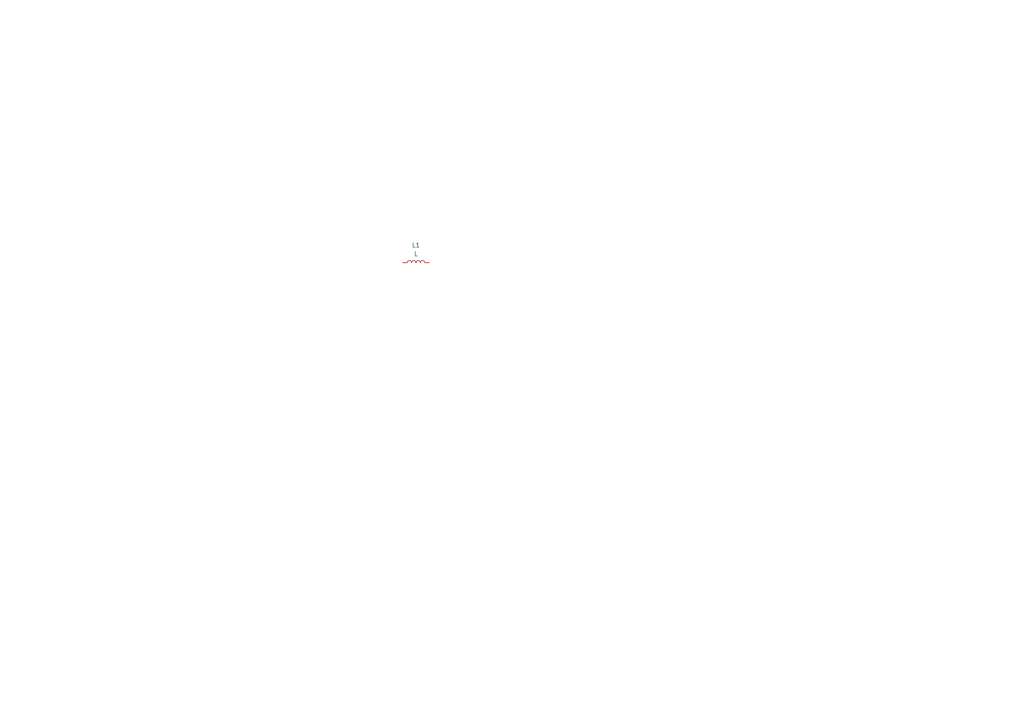
<source format=kicad_sch>
(kicad_sch (version 20230121) (generator eeschema)
  (paper "A4")
  (lib_symbols
    (symbol "Device:L" (pin_numbers hide) (pin_names (offset 1.016) hide)
      (property "Reference" "L" (at -1.27 0 90))
      (property "Value" "L" (at 1.905 0 90))
      (symbol "L_0_1"
        (arc (start 0 -2.54) (mid 0.6323 -1.905) (end 0 -1.27))
        (arc (start 0 -1.27) (mid 0.6323 -0.635) (end 0 0))
        (arc (start 0 0) (mid 0.6323 0.635) (end 0 1.27))
        (arc (start 0 1.27) (mid 0.6323 1.905) (end 0 2.54))
      )
      (symbol "L_1_1"
        (pin passive line (at 0 3.81 270) (length 1.27) (name "1") (number "1"))
        (pin passive line (at 0 -3.81 90) (length 1.27) (name "2") (number "2"))
      )
    )
  )
  (symbol (lib_id "Device:L") (at 120.65 76.2 90) (unit 1)
    (property "Reference" "L1" (at 120.65 71.12 90))
    (property "Value" "L" (at 120.65 73.66 90))
  )
)
</source>
